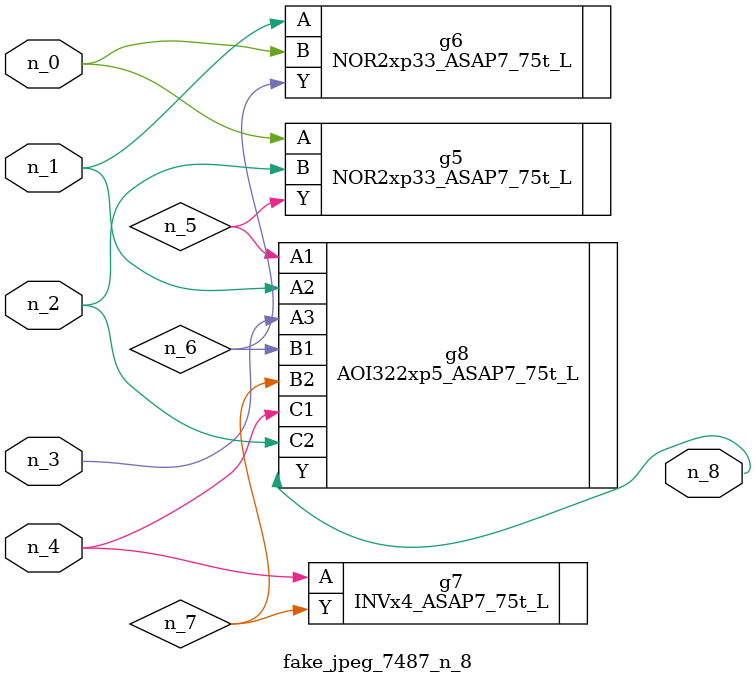
<source format=v>
module fake_jpeg_7487_n_8 (n_3, n_2, n_1, n_0, n_4, n_8);

input n_3;
input n_2;
input n_1;
input n_0;
input n_4;

output n_8;

wire n_6;
wire n_5;
wire n_7;

NOR2xp33_ASAP7_75t_L g5 ( 
.A(n_0),
.B(n_2),
.Y(n_5)
);

NOR2xp33_ASAP7_75t_L g6 ( 
.A(n_1),
.B(n_0),
.Y(n_6)
);

INVx4_ASAP7_75t_L g7 ( 
.A(n_4),
.Y(n_7)
);

AOI322xp5_ASAP7_75t_L g8 ( 
.A1(n_5),
.A2(n_1),
.A3(n_3),
.B1(n_6),
.B2(n_7),
.C1(n_4),
.C2(n_2),
.Y(n_8)
);


endmodule
</source>
